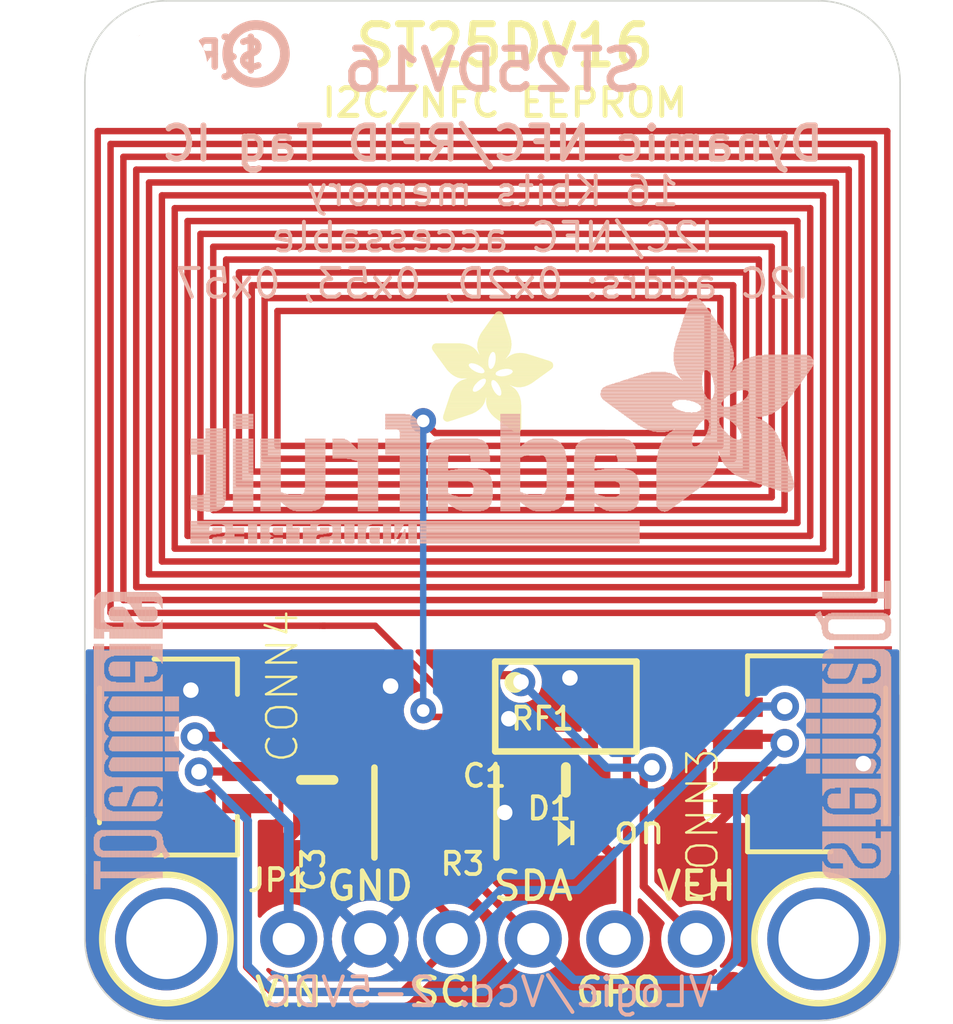
<source format=kicad_pcb>
(kicad_pcb (version 20221018) (generator pcbnew)
  (layers (0 "F.Cu" signal) (31 "B.Cu" signal) (34 "B.Paste" user) (35 "F.Paste" user) (36 "B.SilkS" user "B.Silkscreen") (37 "F.SilkS" user "F.Silkscreen") (38 "B.Mask" user) (39 "F.Mask" user) (44 "Edge.Cuts" user))
  (net 0 "")
  (net 1 "GND")
  (net 2 "SDA")
  (net 3 "SCL")
  (net 4 "VEH")
  (net 5 "VCC")
  (net 6 "N$1")
  (net 7 "GPO")
  (net 8 "N$2")
  (net 9 "N$3")
  (footprint "" (layer "F.Cu") (at 138.3411 91.1606)
    (fp_text reference "@HOLE0" hide)
    (fp_text value "" (at 0 0) (layer "F.SilkS") (effects (font (size 1.27 1.27))))
    (pad "" np_thru_hole circle (at 0 0) (size 2.54 2.54) (drill 2.54) (layers "*.Cu" "*.Mask"))
  )
  (footprint "working:JST_SH4" (layer "F.Cu") (at 158.6611 112.6236 90)
    (fp_text reference "CONN3" (at -4.6 -3.614 90) (layer "F.SilkS") (effects (font (size 0.941222 0.941222) (thickness 0.074778)) (justify left)))
    (fp_text value "STEMMA_I2C_QT" hide)
    (pad "1" smd rect (at -1.5 -2.514 180) (size 1.55 0.6) (layers "F.Cu" "F.Paste" "F.Mask") (net 1 "GND"))
    (pad "2" smd rect (at -0.5 -2.514 180) (size 1.55 0.6) (layers "F.Cu" "F.Paste" "F.Mask") (net 5 "VCC"))
    (pad "3" smd rect (at 0.5 -2.514 180) (size 1.55 0.6) (layers "F.Cu" "F.Paste" "F.Mask") (net 2 "SDA"))
    (pad "4" smd rect (at 1.5 -2.514 180) (size 1.55 0.6) (layers "F.Cu" "F.Paste" "F.Mask") (net 3 "SCL"))
    (pad "MT1" smd rect (at -2.8 1.386 180) (size 1.8 1.2) (layers "F.Cu" "F.Paste" "F.Mask") (net 1 "GND"))
    (pad "MT2" smd rect (at 2.8 1.386 180) (size 1.8 1.2) (layers "F.Cu" "F.Paste" "F.Mask") (net 1 "GND"))
  )
  (footprint "working:MOUNTINGHOLE_2.5_PLATED" (layer "F.Cu") (at 138.3411 118.3386)
    (fp_text reference "U$19" hide)
    (fp_text value "MOUNTINGHOLE2.5" hide)
    (pad "P$1" thru_hole circle (at 0 0) (size 3.2 3.2) (drill 2.5) (layers "*.Cu" "*.Mask"))
    (zone (net 0) (net_name "") (layer "F.Cu") (connect_pads (clearance 0)) (min_thickness 0.25)
      (keepout (tracks not_allowed) (vias not_allowed) (pads not_allowed) (copperpour not_allowed) (footprints allowed))
      (fill (thermal_gap 0.5) (thermal_bridge_width 0.5))
      (polygon (pts (xy 140.3571 118.3386) (xy 140.33748 118.058027) (xy 140.279004 117.782915) (xy 140.182808 117.518619) (xy 140.050765 117.270283) (xy 139.885446 117.04274) (xy 139.690067 116.84042) (xy 139.468433 116.66726) (xy 139.224856 116.526631) (xy 138.964078 116.42127) (xy 138.691175 116.353228) (xy 138.411457 116.323828) (xy 138.130371 116.333644) (xy 137.853385 116.382484) (xy 137.585893 116.469397) (xy 137.3331 116.592693) (xy 137.099926 116.74997) (xy 136.890911 116.938169) (xy 136.710122 117.153625) (xy 136.561078 117.392145) (xy 136.44668 117.649087) (xy 136.369154 117.91945) (xy 136.330011 118.197971) (xy 136.330011 118.479229) (xy 136.369154 118.75775) (xy 136.44668 119.028113) (xy 136.561078 119.285055) (xy 136.710122 119.523575) (xy 136.890911 119.739031) (xy 137.099926 119.92723) (xy 137.3331 120.084507) (xy 137.585893 120.207803) (xy 137.853385 120.294716) (xy 138.130371 120.343556) (xy 138.411457 120.353372) (xy 138.691175 120.323972) (xy 138.964078 120.25593) (xy 139.224856 120.150569) (xy 139.468433 120.00994) (xy 139.690067 119.83678) (xy 139.885446 119.63446) (xy 140.050765 119.406917) (xy 140.182808 119.158581) (xy 140.279004 118.894285) (xy 140.33748 118.619173)))
      (polygon (pts (xy 138.3251 118.3386) (xy 138.329786 118.349914) (xy 138.3411 118.3546) (xy 138.352414 118.349914) (xy 138.3571 118.3386) (xy 138.352414 118.327286) (xy 138.3411 118.3226) (xy 138.329786 118.327286)))
    )
    (zone (net 0) (net_name "") (layer "B.Cu") (connect_pads (clearance 0)) (min_thickness 0.25)
      (keepout (tracks not_allowed) (vias not_allowed) (pads not_allowed) (copperpour not_allowed) (footprints allowed))
      (fill (thermal_gap 0.5) (thermal_bridge_width 0.5))
      (polygon (pts (xy 140.3571 118.3386) (xy 140.33748 118.058027) (xy 140.279004 117.782915) (xy 140.182808 117.518619) (xy 140.050765 117.270283) (xy 139.885446 117.04274) (xy 139.690067 116.84042) (xy 139.468433 116.66726) (xy 139.224856 116.526631) (xy 138.964078 116.42127) (xy 138.691175 116.353228) (xy 138.411457 116.323828) (xy 138.130371 116.333644) (xy 137.853385 116.382484) (xy 137.585893 116.469397) (xy 137.3331 116.592693) (xy 137.099926 116.74997) (xy 136.890911 116.938169) (xy 136.710122 117.153625) (xy 136.561078 117.392145) (xy 136.44668 117.649087) (xy 136.369154 117.91945) (xy 136.330011 118.197971) (xy 136.330011 118.479229) (xy 136.369154 118.75775) (xy 136.44668 119.028113) (xy 136.561078 119.285055) (xy 136.710122 119.523575) (xy 136.890911 119.739031) (xy 137.099926 119.92723) (xy 137.3331 120.084507) (xy 137.585893 120.207803) (xy 137.853385 120.294716) (xy 138.130371 120.343556) (xy 138.411457 120.353372) (xy 138.691175 120.323972) (xy 138.964078 120.25593) (xy 139.224856 120.150569) (xy 139.468433 120.00994) (xy 139.690067 119.83678) (xy 139.885446 119.63446) (xy 140.050765 119.406917) (xy 140.182808 119.158581) (xy 140.279004 118.894285) (xy 140.33748 118.619173)))
      (polygon (pts (xy 138.3251 118.3386) (xy 138.329786 118.349914) (xy 138.3411 118.3546) (xy 138.352414 118.349914) (xy 138.3571 118.3386) (xy 138.352414 118.327286) (xy 138.3411 118.3226) (xy 138.329786 118.327286)))
    )
  )
  (footprint "working:FIDUCIAL_1MM" (layer "F.Cu") (at 143.1671 110.2106)
    (fp_text reference "FID3" hide)
    (fp_text value "FIDUCIAL_1MM" hide)
    (pad "1" smd roundrect (at 0 0) (size 1 1) (layers "F.Cu" "F.Mask") (roundrect_rratio 0.5))
  )
  (footprint "working:CHIPLED_0603_NOOUTLINE" (layer "F.Cu") (at 150.7871 115.0366 -90)
    (fp_text reference "D1" (at -0.762 1.27) (layer "F.SilkS") (effects (font (size 0.692831 0.692831) (thickness 0.119969)) (justify left)))
    (fp_text value "GREEN")
    (pad "A" smd rect (at 0 0.75 270) (size 0.8 0.8) (layers "F.Cu" "F.Paste" "F.Mask") (net 6 "N$1"))
    (pad "C" smd rect (at 0 -0.75 270) (size 0.8 0.8) (layers "F.Cu" "F.Paste" "F.Mask") (net 1 "GND"))
  )
  (footprint "" (layer "F.Cu") (at 158.6611 91.1606)
    (fp_text reference "@HOLE1" hide)
    (fp_text value "" (at 0 0) (layer "F.SilkS") (effects (font (size 1.27 1.27))))
    (pad "" np_thru_hole circle (at 0 0) (size 2.54 2.54) (drill 2.54) (layers "*.Cu" "*.Mask"))
  )
  (footprint "working:0603-NO" (layer "F.Cu") (at 150.7871 113.3856 180)
    (fp_text reference "C1" (at 1.778 0.127) (layer "F.SilkS") (effects (font (size 0.692831 0.692831) (thickness 0.119969)) (justify right)))
    (fp_text value "0.1uF")
    (pad "1" smd rect (at -0.85 0 180) (size 1.075 1) (layers "F.Cu" "F.Paste" "F.Mask") (net 5 "VCC"))
    (pad "2" smd rect (at 0.85 0 180) (size 1.075 1) (layers "F.Cu" "F.Paste" "F.Mask") (net 1 "GND"))
  )
  (footprint "working:RESPACK_4X0603" (layer "F.Cu") (at 146.7231 114.4016 180)
    (fp_text reference "R3" (at -1.6 -1.6) (layer "F.SilkS") (effects (font (size 0.692831 0.692831) (thickness 0.119969)) (justify right)))
    (fp_text value "10K")
    (pad "1" smd rect (at -1.3 0.85 180) (size 0.45 0.9) (layers "F.Cu" "F.Paste" "F.Mask") (net 5 "VCC"))
    (pad "2" smd rect (at -0.4 0.85 180) (size 0.45 0.9) (layers "F.Cu" "F.Paste" "F.Mask") (net 5 "VCC"))
    (pad "3" smd rect (at 0.4 0.85 180) (size 0.45 0.9) (layers "F.Cu" "F.Paste" "F.Mask") (net 5 "VCC"))
    (pad "4" smd rect (at 1.3 0.85 180) (size 0.45 0.9) (layers "F.Cu" "F.Paste" "F.Mask"))
    (pad "5" smd rect (at 1.3 -0.85 180) (size 0.45 0.9) (layers "F.Cu" "F.Paste" "F.Mask"))
    (pad "6" smd rect (at 0.4 -0.85 180) (size 0.45 0.9) (layers "F.Cu" "F.Paste" "F.Mask") (net 3 "SCL"))
    (pad "7" smd rect (at -0.4 -0.85 180) (size 0.45 0.9) (layers "F.Cu" "F.Paste" "F.Mask") (net 2 "SDA"))
    (pad "8" smd rect (at -1.3 -0.85 180) (size 0.45 0.9) (layers "F.Cu" "F.Paste" "F.Mask") (net 6 "N$1"))
  )
  (footprint "working:MOUNTINGHOLE_2.5_PLATED" (layer "F.Cu") (at 158.6611 118.3386)
    (fp_text reference "U$21" hide)
    (fp_text value "MOUNTINGHOLE2.5" hide)
    (pad "P$1" thru_hole circle (at 0 0) (size 3.2 3.2) (drill 2.5) (layers "*.Cu" "*.Mask"))
    (zone (net 0) (net_name "") (layer "F.Cu") (connect_pads (clearance 0)) (min_thickness 0.25)
      (keepout (tracks not_allowed) (vias not_allowed) (pads not_allowed) (copperpour not_allowed) (footprints allowed))
      (fill (thermal_gap 0.5) (thermal_bridge_width 0.5))
      (polygon (pts (xy 160.6771 118.3386) (xy 160.65748 118.058027) (xy 160.599004 117.782915) (xy 160.502808 117.518619) (xy 160.370765 117.270283) (xy 160.205446 117.04274) (xy 160.010067 116.84042) (xy 159.788433 116.66726) (xy 159.544856 116.526631) (xy 159.284078 116.42127) (xy 159.011175 116.353228) (xy 158.731457 116.323828) (xy 158.450371 116.333644) (xy 158.173385 116.382484) (xy 157.905893 116.469397) (xy 157.6531 116.592693) (xy 157.419926 116.74997) (xy 157.210911 116.938169) (xy 157.030122 117.153625) (xy 156.881078 117.392145) (xy 156.76668 117.649087) (xy 156.689154 117.91945) (xy 156.650011 118.197971) (xy 156.650011 118.479229) (xy 156.689154 118.75775) (xy 156.76668 119.028113) (xy 156.881078 119.285055) (xy 157.030122 119.523575) (xy 157.210911 119.739031) (xy 157.419926 119.92723) (xy 157.6531 120.084507) (xy 157.905893 120.207803) (xy 158.173385 120.294716) (xy 158.450371 120.343556) (xy 158.731457 120.353372) (xy 159.011175 120.323972) (xy 159.284078 120.25593) (xy 159.544856 120.150569) (xy 159.788433 120.00994) (xy 160.010067 119.83678) (xy 160.205446 119.63446) (xy 160.370765 119.406917) (xy 160.502808 119.158581) (xy 160.599004 118.894285) (xy 160.65748 118.619173)))
      (polygon (pts (xy 158.6451 118.3386) (xy 158.649786 118.349914) (xy 158.6611 118.3546) (xy 158.672414 118.349914) (xy 158.6771 118.3386) (xy 158.672414 118.327286) (xy 158.6611 118.3226) (xy 158.649786 118.327286)))
    )
    (zone (net 0) (net_name "") (layer "B.Cu") (connect_pads (clearance 0)) (min_thickness 0.25)
      (keepout (tracks not_allowed) (vias not_allowed) (pads not_allowed) (copperpour not_allowed) (footprints allowed))
      (fill (thermal_gap 0.5) (thermal_bridge_width 0.5))
      (polygon (pts (xy 160.6771 118.3386) (xy 160.65748 118.058027) (xy 160.599004 117.782915) (xy 160.502808 117.518619) (xy 160.370765 117.270283) (xy 160.205446 117.04274) (xy 160.010067 116.84042) (xy 159.788433 116.66726) (xy 159.544856 116.526631) (xy 159.284078 116.42127) (xy 159.011175 116.353228) (xy 158.731457 116.323828) (xy 158.450371 116.333644) (xy 158.173385 116.382484) (xy 157.905893 116.469397) (xy 157.6531 116.592693) (xy 157.419926 116.74997) (xy 157.210911 116.938169) (xy 157.030122 117.153625) (xy 156.881078 117.392145) (xy 156.76668 117.649087) (xy 156.689154 117.91945) (xy 156.650011 118.197971) (xy 156.650011 118.479229) (xy 156.689154 118.75775) (xy 156.76668 119.028113) (xy 156.881078 119.285055) (xy 157.030122 119.523575) (xy 157.210911 119.739031) (xy 157.419926 119.92723) (xy 157.6531 120.084507) (xy 157.905893 120.207803) (xy 158.173385 120.294716) (xy 158.450371 120.343556) (xy 158.731457 120.353372) (xy 159.011175 120.323972) (xy 159.284078 120.25593) (xy 159.544856 120.150569) (xy 159.788433 120.00994) (xy 160.010067 119.83678) (xy 160.205446 119.63446) (xy 160.370765 119.406917) (xy 160.502808 119.158581) (xy 160.599004 118.894285) (xy 160.65748 118.619173)))
      (polygon (pts (xy 158.6451 118.3386) (xy 158.649786 118.349914) (xy 158.6611 118.3546) (xy 158.672414 118.349914) (xy 158.6771 118.3386) (xy 158.672414 118.327286) (xy 158.6611 118.3226) (xy 158.649786 118.327286)))
    )
  )
  (footprint "working:0805-NO" (layer "F.Cu") (at 143.0401 113.3856 -90)
    (fp_text reference "C3" (at 2.032 0.127 90) (layer "F.SilkS") (effects (font (size 0.692831 0.692831) (thickness 0.119969)) (justify right)))
    (fp_text value "10uF")
    (pad "1" smd rect (at -0.95 0 270) (size 1.24 1.5) (layers "F.Cu" "F.Paste" "F.Mask") (net 5 "VCC"))
    (pad "2" smd rect (at 0.95 0 270) (size 1.24 1.5) (layers "F.Cu" "F.Paste" "F.Mask") (net 1 "GND"))
  )
  (footprint "working:NFCANT_25X15" (layer "F.Cu") (at 148.5011 100.6856)
    (fp_text reference "ANT1" hide)
    (fp_text value "NFC_ANTENNA_25X15" hide)
    (fp_line (start -12.3 -7.5) (end 12.3 -7.5) (stroke (width 0.2)) (layer "F.Cu"))
    (fp_line (start -12.3 7.9) (end -12.3 -7.5) (stroke (width 0.2)) (layer "F.Cu"))
    (fp_line (start -12.3 7.9) (end -5.4 7.9) (stroke (width 0.2)) (layer "F.Cu"))
    (fp_line (start -11.9 -7.1) (end 11.9 -7.1) (stroke (width 0.2)) (layer "F.Cu"))
    (fp_line (start -11.9 7.5) (end -11.9 -7.1) (stroke (width 0.2)) (layer "F.Cu"))
    (fp_line (start -11.5 -6.7) (end 11.5 -6.7) (stroke (width 0.2)) (layer "F.Cu"))
    (fp_line (start -11.5 7.1) (end -11.5 -6.7) (stroke (width 0.2)) (layer "F.Cu"))
    (fp_line (start -11.1 -6.3) (end 11.1 -6.3) (stroke (width 0.2)) (layer "F.Cu"))
    (fp_line (start -11.1 6.7) (end -11.1 -6.3) (stroke (width 0.2)) (layer "F.Cu"))
    (fp_line (start -10.7 -5.9) (end 10.7 -5.9) (stroke (width 0.2)) (layer "F.Cu"))
    (fp_line (start -10.7 6.3) (end -10.7 -5.9) (stroke (width 0.2)) (layer "F.Cu"))
    (fp_line (start -10.3 -5.5) (end 10.3 -5.5) (stroke (width 0.2)) (layer "F.Cu"))
    (fp_line (start -10.3 5.9) (end -10.3 -5.5) (stroke (width 0.2)) (layer "F.Cu"))
    (fp_line (start -9.9 -5.1) (end 9.9 -5.1) (stroke (width 0.2)) (layer "F.Cu"))
    (fp_line (start -9.9 5.5) (end -9.9 -5.1) (stroke (width 0.2)) (layer "F.Cu"))
    (fp_line (start -9.5 -4.7) (end 9.5 -4.7) (stroke (width 0.2)) (layer "F.Cu"))
    (fp_line (start -9.5 5.1) (end -9.5 -4.7) (stroke (width 0.2)) (layer "F.Cu"))
    (fp_line (start -9.1 -4.3) (end 9.1 -4.3) (stroke (width 0.2)) (layer "F.Cu"))
    (fp_line (start -9.1 4.7) (end -9.1 -4.3) (stroke (width 0.2)) (layer "F.Cu"))
    (fp_line (start -8.7 -3.9) (end 8.7 -3.9) (stroke (width 0.2)) (layer "F.Cu"))
    (fp_line (start -8.7 4.3) (end -8.7 -3.9) (stroke (width 0.2)) (layer "F.Cu"))
    (fp_line (start -8.3 -3.5) (end 8.3 -3.5) (stroke (width 0.2)) (layer "F.Cu"))
    (fp_line (start -8.3 3.9) (end -8.3 -3.5) (stroke (width 0.2)) (layer "F.Cu"))
    (fp_line (start -7.9 -3.1) (end 7.9 -3.1) (stroke (width 0.2)) (layer "F.Cu"))
    (fp_line (start -7.9 3.5) (end -7.9 -3.1) (stroke (width 0.2)) (layer "F.Cu"))
    (fp_line (start -7.5 -2.7) (end 7.5 -2.7) (stroke (width 0.2)) (layer "F.Cu"))
    (fp_line (start -7.5 3.1) (end -7.5 -2.7) (stroke (width 0.2)) (layer "F.Cu"))
    (fp_line (start -7.1 -2.3) (end 7.1 -2.3) (stroke (width 0.2)) (layer "F.Cu"))
    (fp_line (start -7.1 2.7) (end -7.1 -2.3) (stroke (width 0.2)) (layer "F.Cu"))
    (fp_line (start -6.7 -1.9) (end 6.7 -1.9) (stroke (width 0.2)) (layer "F.Cu"))
    (fp_line (start -6.7 2.3) (end -6.7 -1.9) (stroke (width 0.2)) (layer "F.Cu"))
    (fp_line (start 6.7 -1.9) (end 6.7 1.9) (stroke (width 0.2)) (layer "F.Cu"))
    (fp_line (start 6.7 1.9) (end 3.5 1.9) (stroke (width 0.2)) (layer "F.Cu"))
    (fp_line (start 7.1 -2.3) (end 7.1 2.3) (stroke (width 0.2)) (layer "F.Cu"))
    (fp_line (start 7.1 2.3) (end -6.7 2.3) (stroke (width 0.2)) (layer "F.Cu"))
    (fp_line (start 7.5 -2.7) (end 7.5 2.7) (stroke (width 0.2)) (layer "F.Cu"))
    (fp_line (start 7.5 2.7) (end -7.1 2.7) (stroke (width 0.2)) (layer "F.Cu"))
    (fp_line (start 7.9 -3.1) (end 7.9 3.1) (stroke (width 0.2)) (layer "F.Cu"))
    (fp_line (start 7.9 3.1) (end -7.5 3.1) (stroke (width 0.2)) (layer "F.Cu"))
    (fp_line (start 8.3 -3.5) (end 8.3 3.5) (stroke (width 0.2)) (layer "F.Cu"))
    (fp_line (start 8.3 3.5) (end -7.9 3.5) (stroke (width 0.2)) (layer "F.Cu"))
    (fp_line (start 8.7 -3.9) (end 8.7 3.9) (stroke (width 0.2)) (layer "F.Cu"))
    (fp_line (start 8.7 3.9) (end -8.3 3.9) (stroke (width 0.2)) (layer "F.Cu"))
    (fp_line (start 9.1 -4.3) (end 9.1 4.3) (stroke (width 0.2)) (layer "F.Cu"))
    (fp_line (start 9.1 4.3) (end -8.7 4.3) (stroke (width 0.2)) (layer "F.Cu"))
    (fp_line (start 9.5 -4.7) (end 9.5 4.7) (stroke (width 0.2)) (layer "F.Cu"))
    (fp_line (start 9.5 4.7) (end -9.1 4.7) (stroke (width 0.2)) (layer "F.Cu"))
    (fp_line (start 9.9 -5.1) (end 9.9 5.1) (stroke (width 0.2)) (layer "F.Cu"))
    (fp_line (start 9.9 5.1) (end -9.5 5.1) (stroke (width 0.2)) (layer "F.Cu"))
    (fp_line (start 10.3 -5.5) (end 10.3 5.5) (stroke (width 0.2)) (layer "F.Cu"))
    (fp_line (start 10.3 5.5) (end -9.9 5.5) (stroke (width 0.2)) (layer "F.Cu"))
    (fp_line (start 10.7 -5.9) (end 10.7 5.9) (stroke (width 0.2)) (layer "F.Cu"))
    (fp_line (start 10.7 5.9) (end -10.3 5.9) (stroke (width 0.2)) (layer "F.Cu"))
    (fp_line (start 11.1 -6.3) (end 11.1 6.3) (stroke (width 0.2)) (layer "F.Cu"))
    (fp_line (start 11.1 6.3) (end -10.7 6.3) (stroke (width 0.2)) (layer "F.Cu"))
    (fp_line (start 11.5 -6.7) (end 11.5 6.7) (stroke (width 0.2)) (layer "F.Cu"))
    (fp_line (start 11.5 6.7) (end -11.1 6.7) (stroke (width 0.2)) (layer "F.Cu"))
    (fp_line (start 11.9 -7.1) (end 11.9 7.1) (stroke (width 0.2)) (layer "F.Cu"))
    (fp_line (start 11.9 7.1) (end -11.5 7.1) (stroke (width 0.2)) (layer "F.Cu"))
    (fp_line (start 12.3 -7.5) (end 12.3 7.5) (stroke (width 0.2)) (layer "F.Cu"))
    (fp_line (start 12.3 7.5) (end -11.9 7.5) (stroke (width 0.2)) (layer "F.Cu"))
    (pad "P$1" smd rect (at 3.5 1.9) (size 0.2 0.2) (layers "F.Cu" "F.Paste" "F.Mask") (net 9 "N$3"))
    (pad "P$2" smd rect (at -5.3 7.9) (size 0.2 0.2) (layers "F.Cu" "F.Paste" "F.Mask") (net 8 "N$2"))
  )
  (footprint "working:JST_SH4" (layer "F.Cu") (at 138.3411 112.6236 -90)
    (fp_text reference "CONN4" (at -4.6 -3.614 90) (layer "F.SilkS") (effects (font (size 0.941222 0.941222) (thickness 0.074778)) (justify right)))
    (fp_text value "STEMMA_I2C_QT" hide)
    (pad "1" smd rect (at -1.5 -2.514) (size 1.55 0.6) (layers "F.Cu" "F.Paste" "F.Mask") (net 1 "GND"))
    (pad "2" smd rect (at -0.5 -2.514) (size 1.55 0.6) (layers "F.Cu" "F.Paste" "F.Mask") (net 5 "VCC"))
    (pad "3" smd rect (at 0.5 -2.514) (size 1.55 0.6) (layers "F.Cu" "F.Paste" "F.Mask") (net 2 "SDA"))
    (pad "4" smd rect (at 1.5 -2.514) (size 1.55 0.6) (layers "F.Cu" "F.Paste" "F.Mask") (net 3 "SCL"))
    (pad "MT1" smd rect (at -2.8 1.386) (size 1.8 1.2) (layers "F.Cu" "F.Paste" "F.Mask") (net 1 "GND"))
    (pad "MT2" smd rect (at 2.8 1.386) (size 1.8 1.2) (layers "F.Cu" "F.Paste" "F.Mask") (net 1 "GND"))
  )
  (footprint "working:FIDUCIAL_1MM" (layer "F.Cu") (at 155.9941 119.8626)
    (fp_text reference "FID4" hide)
    (fp_text value "FIDUCIAL_1MM" hide)
    (pad "1" smd roundrect (at 0 0) (size 1 1) (layers "F.Cu" "F.Mask") (roundrect_rratio 0.5))
  )
  (footprint "working:1X06_ROUND_70" (layer "F.Cu") (at 148.5011 118.3386)
    (fp_text reference "JP1" (at -7.6962 -1.8288) (layer "F.SilkS") (effects (font (size 0.692831 0.692831) (thickness 0.119969)) (justify left)))
    (fp_text value "")
    (pad "1" thru_hole circle (at -6.35 0 90) (size 1.778 1.778) (drill 1) (layers "*.Cu" "*.Mask") (net 5 "VCC"))
    (pad "2" thru_hole circle (at -3.81 0 90) (size 1.778 1.778) (drill 1) (layers "*.Cu" "*.Mask") (net 1 "GND"))
    (pad "3" thru_hole circle (at -1.27 0 90) (size 1.778 1.778) (drill 1) (layers "*.Cu" "*.Mask") (net 3 "SCL"))
    (pad "4" thru_hole circle (at 1.27 0 90) (size 1.778 1.778) (drill 1) (layers "*.Cu" "*.Mask") (net 2 "SDA"))
    (pad "5" thru_hole circle (at 3.81 0 90) (size 1.778 1.778) (drill 1) (layers "*.Cu" "*.Mask") (net 7 "GPO"))
    (pad "6" thru_hole circle (at 6.35 0 90) (size 1.778 1.778) (drill 1) (layers "*.Cu" "*.Mask") (net 4 "VEH"))
  )
  (footprint "working:ADAFRUIT_3.5MM" (layer "F.Cu") (at 146.5961 102.5906)
    (fp_text reference "U$22" hide)
    (fp_text value "" hide)
  )
  (footprint "working:TSSOP8-4.4MM" (layer "F.Cu") (at 150.7871 111.0996)
    (fp_text reference "RF1" (at -1.778 0.381) (layer "F.SilkS") (effects (font (size 0.692831 0.692831) (thickness 0.119969)) (justify left)))
    (fp_text value "ST25DVXX_TSSOP")
    (pad "1" smd rect (at -3.1 -0.975) (size 1.2 0.35) (layers "F.Cu" "F.Paste" "F.Mask") (net 4 "VEH"))
    (pad "2" smd rect (at -3.1 -0.325) (size 1.2 0.35) (layers "F.Cu" "F.Paste" "F.Mask") (net 8 "N$2"))
    (pad "3" smd rect (at -3.1 0.325) (size 1.2 0.35) (layers "F.Cu" "F.Paste" "F.Mask") (net 9 "N$3"))
    (pad "4" smd rect (at -3.1 0.975) (size 1.2 0.35) (layers "F.Cu" "F.Paste" "F.Mask") (net 1 "GND"))
    (pad "5" smd rect (at 3.1 0.975) (size 1.2 0.35) (layers "F.Cu" "F.Paste" "F.Mask") (net 2 "SDA"))
    (pad "6" smd rect (at 3.1 0.325) (size 1.2 0.35) (layers "F.Cu" "F.Paste" "F.Mask") (net 3 "SCL"))
    (pad "7" smd rect (at 3.1 -0.325) (size 1.2 0.35) (layers "F.Cu" "F.Paste" "F.Mask") (net 7 "GPO"))
    (pad "8" smd rect (at 3.1 -0.975) (size 1.2 0.35) (layers "F.Cu" "F.Paste" "F.Mask") (net 5 "VCC"))
  )
  (footprint "working:ADAFRUIT_TEXT_20MM" (layer "B.Cu") (at 158.6611 106.0196 180)
    (fp_text reference "U$1" hide)
    (fp_text value "" hide)
  )
  (footprint "working:STEMMAQT" (layer "B.Cu") (at 138.7221 107.5436 -90)
    (fp_text reference "U$31" hide)
    (fp_text value "" hide)
  )
  (footprint "working:PCBFEAT-REV-040" (layer "B.Cu") (at 141.1351 90.7796 180)
    (fp_text reference "U$25" hide)
    (fp_text value "" hide)
    (fp_text user "${REV}" (at -0.3556 -0.508) (layer "B.SilkS") (effects (font (size 0.8128 0.8128) (thickness 0.2032)) (justify left bottom mirror)))
  )
  (footprint "working:STEMMAQT" (layer "B.Cu") (at 158.2801 116.4336 90)
    (fp_text reference "U$30" hide)
    (fp_text value "" hide)
  )
  (gr_line (start 158.6611 89.1286) (end 138.3411 89.1286) (stroke (width 0.05)) (layer "Edge.Cuts"))
  (gr_arc (start 138.3411 120.8786) (mid 136.545049 120.134651) (end 135.8011 118.3386) (stroke (width 0.05)) (layer "Edge.Cuts"))
  (gr_arc (start 158.6611 89.1286) (mid 160.457151 89.872549) (end 161.2011 91.6686) (stroke (width 0.05)) (layer "Edge.Cuts"))
  (gr_line (start 135.8011 91.6686) (end 135.8011 118.3386) (stroke (width 0.05)) (layer "Edge.Cuts"))
  (gr_arc (start 135.8011 91.6686) (mid 136.545049 89.872549) (end 138.3411 89.1286) (stroke (width 0.05)) (layer "Edge.Cuts"))
  (gr_arc (start 161.2011 118.3386) (mid 160.457151 120.134651) (end 158.6611 120.8786) (stroke (width 0.05)) (layer "Edge.Cuts"))
  (gr_line (start 161.2011 118.3386) (end 161.2011 91.6686) (stroke (width 0.05)) (layer "Edge.Cuts"))
  (gr_line (start 138.3411 120.8786) (end 158.6611 120.8786) (stroke (width 0.05)) (layer "Edge.Cuts"))
  (gr_text "VLogic/Vcc: 2-5VDC" (at 148.3741 119.9896) (layer "B.SilkS") (effects (font (size 0.89408 0.89408) (thickness 0.12192)) (justify mirror)))
  (gr_text "Dynamic NFC/RFID Tag IC" (at 148.5011 93.5736) (layer "B.SilkS") (effects (font (size 1.03632 1.03632) (thickness 0.18288)) (justify mirror)))
  (gr_text "16 Kbits memory\nI2C/NFC accessable\nI2C addrs: 0x2D, 0x53, 0x57" (at 148.5011 96.4946) (layer "B.SilkS") (effects (font (size 0.89408 0.89408) (thickness 0.12192)) (justify mirror)))
  (gr_text "ST25DV16" (at 148.5011 91.2876) (layer "B.SilkS") (effects (font (size 1.25222 1.25222) (thickness 0.22098)) (justify mirror)))
  (gr_text "ST25DV16" (at 148.8821 90.5256) (layer "F.SilkS") (effects (font (size 1.25222 1.25222) (thickness 0.22098))))
  (gr_text "SDA" (at 149.7711 116.6876) (layer "F.SilkS") (effects (font (size 0.87376 0.87376) (thickness 0.14224))))
  (gr_text "VEH" (at 154.8511 116.6876) (layer "F.SilkS") (effects (font (size 0.87376 0.87376) (thickness 0.14224))))
  (gr_text "on" (at 153.9621 114.4016) (layer "F.SilkS") (effects (font (size 0.89408 0.89408) (thickness 0.12192)) (justify right top)))
  (gr_text "GND" (at 144.6911 116.6876) (layer "F.SilkS") (effects (font (size 0.87376 0.87376) (thickness 0.14224))))
  (gr_text "VIN" (at 142.1511 119.9896) (layer "F.SilkS") (effects (font (size 0.87376 0.87376) (thickness 0.14224))))
  (gr_text "I2C/NFC EEPROM" (at 148.8821 92.3036) (layer "F.SilkS") (effects (font (size 0.8636 0.8636) (thickness 0.1524))))
  (gr_text "GPO" (at 152.4381 119.9896) (layer "F.SilkS") (effects (font (size 0.87376 0.87376) (thickness 0.14224))))
  (gr_text "SCL" (at 147.2311 119.9896) (layer "F.SilkS") (effects (font (size 0.87376 0.87376) (thickness 0.14224))))
  (via (at 149.0091 111.4806) (size 0.889) (drill 0.4826) (layers "F.Cu" "B.Cu") (net 1))
  (via (at 139.1031 110.5916) (size 0.889) (drill 0.4826) (layers "F.Cu" "B.Cu") (net 1))
  (via (at 160.0581 112.8776) (size 0.889) (drill 0.4826) (layers "F.Cu" "B.Cu") (net 1))
  (via (at 150.9141 110.2106) (size 0.889) (drill 0.4826) (layers "F.Cu" "B.Cu") (net 1))
  (via (at 145.3261 110.4646) (size 0.889) (drill 0.4826) (layers "F.Cu" "B.Cu") (net 1))
  (via (at 148.8821 114.4016) (size 0.889) (drill 0.4826) (layers "F.Cu" "B.Cu") (net 1))
  (segment (start 140.8551 113.1236) (end 139.3651 113.1236) (width 0.254) (layer "F.Cu") (net 2))
  (segment (start 153.8871 112.0746) (end 156.0981 112.0746) (width 0.254) (layer "F.Cu") (net 2))
  (segment (start 139.3651 113.1236) (end 139.3571 113.1316) (width 0.254) (layer "F.Cu") (net 2))
  (segment (start 157.439 112.0746) (end 156.0981 112.0746) (width 0.254) (layer "F.Cu") (net 2))
  (segment (start 156.0981 112.0746) (end 156.1471 112.1236) (width 0.254) (layer "F.Cu") (net 2))
  (segment (start 147.1231 115.2516) (end 147.1231 115.6906) (width 0.254) (layer "F.Cu") (net 2))
  (segment (start 147.1231 115.6906) (end 149.7711 118.3386) (width 0.254) (layer "F.Cu") (net 2))
  (segment (start 157.607 112.2426) (end 157.439 112.0746) (width 0.254) (layer "F.Cu") (net 2))
  (via (at 139.3571 113.1316) (size 0.889) (drill 0.4826) (layers "F.Cu" "B.Cu") (net 2))
  (via (at 157.607 112.2426) (size 0.889) (drill 0.4826) (layers "F.Cu" "B.Cu") (net 2))
  (segment (start 140.8811 114.6556) (end 140.8811 119.173813) (width 0.254) (layer "B.Cu") (net 2))
  (segment (start 156.1211 118.9736) (end 156.1211 113.7285) (width 0.254) (layer "B.Cu") (net 2))
  (segment (start 155.4861 119.6086) (end 156.1211 118.9736) (width 0.254) (layer "B.Cu") (net 2))
  (segment (start 139.3571 113.1316) (end 140.8811 114.6556) (width 0.254) (layer "B.Cu") (net 2))
  (segment (start 156.1211 113.7285) (end 157.607 112.2426) (width 0.254) (layer "B.Cu") (net 2))
  (segment (start 149.8346 118.4021) (end 151.0411 119.6086) (width 0.254) (layer "B.Cu") (net 2))
  (segment (start 141.696887 119.9896) (end 148.2471 119.9896) (width 0.254) (layer "B.Cu") (net 2))
  (segment (start 149.7711 118.3386) (end 149.8346 118.4021) (width 0.254) (layer "B.Cu") (net 2))
  (segment (start 148.2471 119.9896) (end 149.8346 118.4021) (width 0.254) (layer "B.Cu") (net 2))
  (segment (start 151.0411 119.6086) (end 155.4861 119.6086) (width 0.254) (layer "B.Cu") (net 2))
  (segment (start 140.8811 119.173813) (end 141.696887 119.9896) (width 0.254) (layer "B.Cu") (net 2))
  (segment (start 145.7071 119.9896) (end 147.2311 118.4656) (width 0.254) (layer "F.Cu") (net 3))
  (segment (start 156.1471 111.1236) (end 156.1711 111.0996) (width 0.254) (layer "F.Cu") (net 3))
  (segment (start 147.2311 117.7036) (end 147.2311 118.3386) (width 0.254) (layer "F.Cu") (net 3))
  (segment (start 154.6531 111.4246) (end 154.9781 111.0996) (width 0.254) (layer "F.Cu") (net 3))
  (segment (start 146.3231 116.7956) (end 147.2311 117.7036) (width 0.254) (layer "F.Cu") (net 3))
  (segment (start 156.1231 111.0996) (end 156.1471 111.1236) (width 0.254) (layer "F.Cu") (net 3))
  (segment (start 141.6431 119.9896) (end 145.7071 119.9896) (width 0.254) (layer "F.Cu") (net 3))
  (segment (start 140.8551 114.1236) (end 140.8551 119.2016) (width 0.254) (layer "F.Cu") (net 3))
  (segment (start 156.1711 111.0996) (end 157.607 111.0996) (width 0.254) (layer "F.Cu") (net 3))
  (segment (start 146.3231 115.2516) (end 146.3231 116.7956) (width 0.254) (layer "F.Cu") (net 3))
  (segment (start 154.9781 111.0996) (end 156.1231 111.0996) (width 0.254) (layer "F.Cu") (net 3))
  (segment (start 140.8551 119.2016) (end 141.6431 119.9896) (width 0.254) (layer "F.Cu") (net 3))
  (segment (start 147.2311 118.4656) (end 147.2311 118.3386) (width 0.254) (layer "F.Cu") (net 3))
  (segment (start 153.8871 111.4246) (end 154.6531 111.4246) (width 0.254) (layer "F.Cu") (net 3))
  (via (at 157.607 111.0996) (size 0.889) (drill 0.4826) (layers "F.Cu" "B.Cu") (net 3))
  (segment (start 157.607 111.0996) (end 156.8831 111.0996) (width 0.254) (layer "B.Cu") (net 3))
  (segment (start 151.1681 116.8146) (end 148.7551 116.8146) (width 0.254) (layer "B.Cu") (net 3))
  (segment (start 156.8831 111.0996) (end 151.1681 116.8146) (width 0.254) (layer "B.Cu") (net 3))
  (segment (start 148.7551 116.8146) (end 147.2311 118.3386) (width 0.254) (layer "B.Cu") (net 3))
  (segment (start 153.4668 113.0046) (end 153.2128 113.2586) (width 0.254) (layer "F.Cu") (net 4))
  (segment (start 147.6871 110.1246) (end 149.1771 110.1246) (width 0.254) (layer "F.Cu") (net 4))
  (segment (start 153.2128 116.7003) (end 154.8511 118.3386) (width 0.254) (layer "F.Cu") (net 4))
  (segment (start 153.2128 113.2586) (end 153.2128 116.7003) (width 0.254) (layer "F.Cu") (net 4))
  (segment (start 149.1771 110.1246) (end 149.3901 110.3376) (width 0.254) (layer "F.Cu") (net 4))
  (via (at 149.3901 110.3376) (size 0.889) (drill 0.4826) (layers "F.Cu" "B.Cu") (net 4))
  (via (at 153.4668 113.0046) (size 0.889) (drill 0.4826) (layers "F.Cu" "B.Cu") (net 4))
  (segment (start 152.0571 113.0046) (end 153.4668 113.0046) (width 0.254) (layer "B.Cu") (net 4))
  (segment (start 149.3901 110.3376) (end 152.0571 113.0046) (width 0.254) (layer "B.Cu") (net 4))
  (segment (start 158.4071 110.3376) (end 158.4071 112.8776) (width 0.3048) (layer "F.Cu") (net 5))
  (segment (start 158.1611 113.1236) (end 156.1471 113.1236) (width 0.3048) (layer "F.Cu") (net 5))
  (segment (start 158.4071 112.8776) (end 158.1611 113.1236) (width 0.3048) (layer "F.Cu") (net 5))
  (segment (start 140.8551 112.1236) (end 142.7281 112.1236) (width 0.3048) (layer "F.Cu") (net 5))
  (segment (start 151.6371 110.8846) (end 151.6371 112.2426) (width 0.3048) (layer "F.Cu") (net 5))
  (segment (start 140.8551 112.1236) (end 140.7709 112.0394) (width 0.3048) (layer "F.Cu") (net 5))
  (segment (start 149.3321 112.2426) (end 151.6371 112.2426) (width 0.3048) (layer "F.Cu") (net 5))
  (segment (start 146.3421 113.5516) (end 146.3231 113.5516) (width 0.3048) (layer "F.Cu") (net 5))
  (segment (start 146.3421 113.2586) (end 146.3421 113.5516) (width 0.3048) (layer "F.Cu") (net 5))
  (segment (start 158.1941 110.1246) (end 158.4071 110.3376) (width 0.3048) (layer "F.Cu") (net 5))
  (segment (start 151.6371 112.2426) (end 151.6371 113.3856) (width 0.3048) (layer "F.Cu") (net 5))
  (segment (start 152.3971 110.1246) (end 151.6371 110.8846) (width 0.3048) (layer "F.Cu") (net 5))
  (segment (start 153.8871 110.1246) (end 158.1941 110.1246) (width 0.3048) (layer "F.Cu") (net 5))
  (segment (start 143.0401 112.4356) (end 145.5191 112.4356) (width 0.3048) (layer "F.Cu") (net 5))
  (segment (start 140.7709 112.0394) (end 139.2301 112.0394) (width 0.3048) (layer "F.Cu") (net 5))
  (segment (start 153.8871 110.1246) (end 152.3971 110.1246) (width 0.3048) (layer "F.Cu") (net 5))
  (segment (start 148.0231 113.5516) (end 147.1231 113.5516) (width 0.3048) (layer "F.Cu") (net 5))
  (segment (start 148.0231 113.5516) (end 149.3321 112.2426) (width 0.3048) (layer "F.Cu") (net 5))
  (segment (start 147.1231 113.5516) (end 146.3421 113.5516) (width 0.3048) (layer "F.Cu") (net 5))
  (segment (start 142.7281 112.1236) (end 143.0401 112.4356) (width 0.3048) (layer "F.Cu") (net 5))
  (segment (start 145.5191 112.4356) (end 146.3421 113.2586) (width 0.3048) (layer "F.Cu") (net 5))
  (via (at 139.2301 112.0394) (size 0.889) (drill 0.4826) (layers "F.Cu" "B.Cu") (net 5))
  (segment (start 139.2301 112.0394) (end 139.5222 112.3315) (width 0.3048) (layer "B.Cu") (net 5))
  (segment (start 142.1511 114.794088) (end 142.1511 118.3386) (width 0.3048) (layer "B.Cu") (net 5))
  (segment (start 139.688512 112.3315) (end 142.1511 114.794088) (width 0.3048) (layer "B.Cu") (net 5))
  (segment (start 139.5222 112.3315) (end 139.688512 112.3315) (width 0.3048) (layer "B.Cu") (net 5))
  (segment (start 148.0231 115.2516) (end 149.8221 115.2516) (width 0.254) (layer "F.Cu") (net 6))
  (segment (start 149.8221 115.2516) (end 150.0371 115.0366) (width 0.254) (layer "F.Cu") (net 6))
  (segment (start 153.8871 110.7746) (end 153.0171 110.7746) (width 0.254) (layer "F.Cu") (net 7))
  (segment (start 153.0171 110.7746) (end 152.6921 111.0996) (width 0.254) (layer "F.Cu") (net 7))
  (segment (start 152.6921 111.0996) (end 152.6921 117.9576) (width 0.254) (layer "F.Cu") (net 7))
  (segment (start 152.6921 117.9576) (end 152.3111 118.3386) (width 0.254) (layer "F.Cu") (net 7))
  (segment (start 147.0331 110.7746) (end 147.6871 110.7746) (width 0.2) (layer "F.Cu") (net 8))
  (segment (start 144.8441 108.5856) (end 147.0331 110.7746) (width 0.2) (layer "F.Cu") (net 8))
  (segment (start 143.2011 108.5856) (end 144.8441 108.5856) (width 0.2) (layer "F.Cu") (net 8))
  (segment (start 147.6871 111.4246) (end 146.5401 111.4246) (width 0.2032) (layer "F.Cu") (net 9))
  (segment (start 146.7181 102.5856) (end 152.0011 102.5856) (width 0.2032) (layer "F.Cu") (net 9))
  (segment (start 146.7181 102.5856) (end 146.3421 102.2096) (width 0.2032) (layer "F.Cu") (net 9))
  (segment (start 146.5401 111.4246) (end 146.3421 111.2266) (width 0.2032) (layer "F.Cu") (net 9))
  (via (at 146.3421 102.2096) (size 0.8001) (drill 0.3937) (layers "F.Cu" "B.Cu") (net 9))
  (via (at 146.3421 111.2266) (size 0.8001) (drill 0.3937) (layers "F.Cu" "B.Cu") (net 9))
  (segment (start 146.3421 102.9716) (end 146.3421 102.2096) (width 0.2032) (layer "B.Cu") (net 9))
  (segment (start 146.3421 111.2266) (end 146.3421 102.9716) (width 0.2) (layer "B.Cu") (net 9))
  (zone (net 1) (net_name "GND") (layer "F.Cu") (priority 6) (connect_pads (clearance 0.000001)) (min_thickness 0.127) (fill yes (thermal_gap 0.304) (thermal_bridge_width 0.304))
    (polygon (pts (xy 161.3281 121.0056) (xy 135.6741 121.0056) (xy 135.6741 109.3216) (xy 161.3281 109.3216)))
  )
  (zone (net 1) (net_name "GND") (layer "B.Cu") (priority 6) (connect_pads (clearance 0.000001)) (min_thickness 0.127) (fill yes (thermal_gap 0.304) (thermal_bridge_width 0.304))
    (polygon (pts (xy 161.3281 121.0056) (xy 135.6741 121.0056) (xy 135.6741 109.3216) (xy 161.3281 109.3216)))
  )
)
</source>
